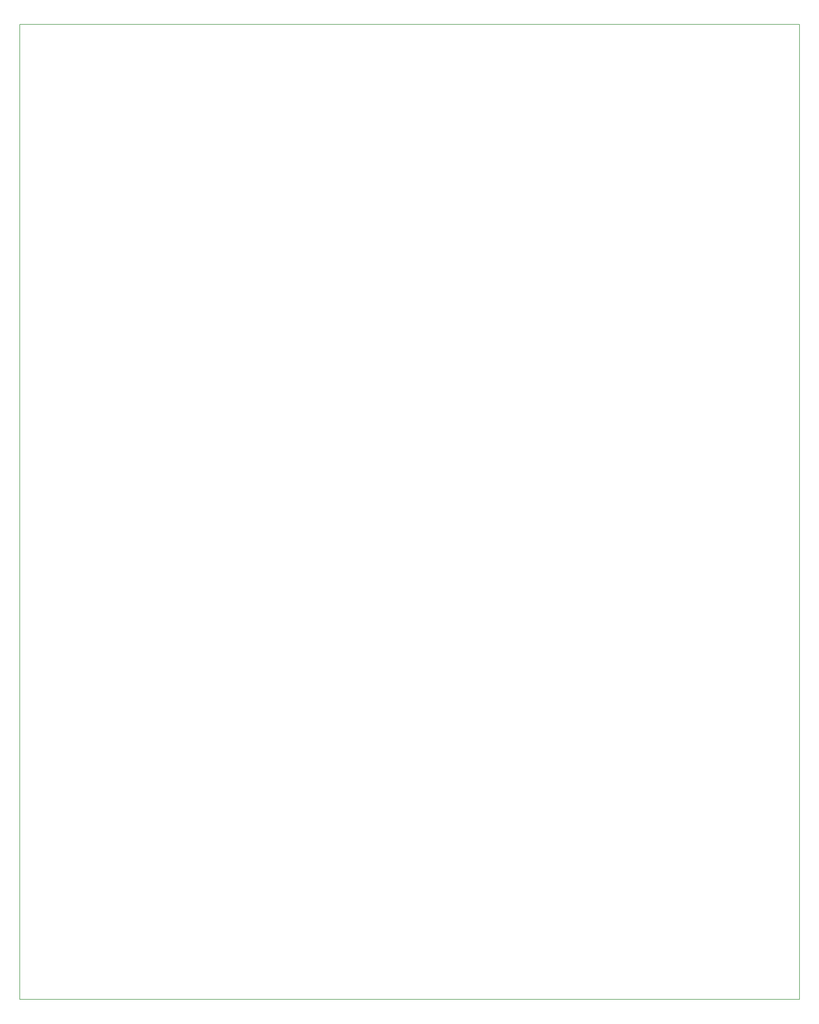
<source format=gko>
G04*
G04  File:            MAINBOARD-V10.6.7.GKO, Fri Sep 19 00:57:49 2025*
G04  Source:          P-CAD 2006 PCB, Version 19.02.958, (D:\PCAD-2006\Projects\Pentagon-4096\Hardware\MainBoard-v10.6.7.PCB)*
G04  Format:          Gerber Format (RS-274-D), ASCII*
G04*
G04  Format Options:  Absolute Positioning*
G04                   Leading-Zero Suppression*
G04                   Scale Factor 1:1*
G04                   NO Circular Interpolation*
G04                   Inch Units*
G04                   Numeric Format: 4.4 (XXXX.XXXX)*
G04                   G54 NOT Used for Aperture Change*
G04                   Apertures Embedded*
G04*
G04  File Options:    Offset = (0.0mil,0.0mil)*
G04                   Drill Symbol Size = 80.0mil*
G04                   No Pad/Via Holes*
G04*
G04  File Contents:   No Pads*
G04                   No Vias*
G04                   No Designators*
G04                   No Types*
G04                   No Values*
G04                   No Drill Symbols*
G04                   Board*
G04*
%INMAINBOARD-V10.6.7.GKO*%
%ICAS*%
%MOIN*%
G04*
G04  Aperture MACROs for general use --- invoked via D-code assignment *
G04*
G04  General MACRO for flashed round with rotation and/or offset hole *
%AMROTOFFROUND*
1,1,$1,0.0000,0.0000*
1,0,$2,$3,$4*%
G04*
G04  General MACRO for flashed oval (obround) with rotation and/or offset hole *
%AMROTOFFOVAL*
21,1,$1,$2,0.0000,0.0000,$3*
1,1,$4,$5,$6*
1,1,$4,0-$5,0-$6*
1,0,$7,$8,$9*%
G04*
G04  General MACRO for flashed oval (obround) with rotation and no hole *
%AMROTOVALNOHOLE*
21,1,$1,$2,0.0000,0.0000,$3*
1,1,$4,$5,$6*
1,1,$4,0-$5,0-$6*%
G04*
G04  General MACRO for flashed rectangle with rotation and/or offset hole *
%AMROTOFFRECT*
21,1,$1,$2,0.0000,0.0000,$3*
1,0,$4,$5,$6*%
G04*
G04  General MACRO for flashed rectangle with rotation and no hole *
%AMROTRECTNOHOLE*
21,1,$1,$2,0.0000,0.0000,$3*%
G04*
G04  General MACRO for flashed rounded-rectangle *
%AMROUNDRECT*
21,1,$1,$2-$4,0.0000,0.0000,$3*
21,1,$1-$4,$2,0.0000,0.0000,$3*
1,1,$4,$5,$6*
1,1,$4,$7,$8*
1,1,$4,0-$5,0-$6*
1,1,$4,0-$7,0-$8*
1,0,$9,$10,$11*%
G04*
G04  General MACRO for flashed rounded-rectangle with rotation and no hole *
%AMROUNDRECTNOHOLE*
21,1,$1,$2-$4,0.0000,0.0000,$3*
21,1,$1-$4,$2,0.0000,0.0000,$3*
1,1,$4,$5,$6*
1,1,$4,$7,$8*
1,1,$4,0-$5,0-$6*
1,1,$4,0-$7,0-$8*%
G04*
G04  General MACRO for flashed regular polygon *
%AMREGPOLY*
5,1,$1,0.0000,0.0000,$2,$3+$4*
1,0,$5,$6,$7*%
G04*
G04  General MACRO for flashed regular polygon with no hole *
%AMREGPOLYNOHOLE*
5,1,$1,0.0000,0.0000,$2,$3+$4*%
G04*
G04  General MACRO for target *
%AMTARGET*
6,0,0,$1,$2,$3,4,$4,$5,$6*%
G04*
G04  General MACRO for mounting hole *
%AMMTHOLE*
1,1,$1,0,0*
1,0,$2,0,0*
$1=$1-$2*
$1=$1/2*
21,1,$2+$1,$3,0,0,$4*
21,1,$3,$2+$1,0,0,$4*%
G04*
G04*
G04  D10 : "Ellipse X8.0mil Y8.0mil H0.0mil 0.0deg (0.0mil,0.0mil) Draw"*
G04  Disc: OuterDia=0.0080*
%ADD10C, 0.0080*%
G04  D11 : "Ellipse X10.0mil Y10.0mil H0.0mil 0.0deg (0.0mil,0.0mil) Draw"*
G04  Disc: OuterDia=0.0100*
%ADD11C, 0.0100*%
G04  D12 : "Ellipse X15.0mil Y15.0mil H0.0mil 0.0deg (0.0mil,0.0mil) Draw"*
G04  Disc: OuterDia=0.0150*
%ADD12C, 0.0150*%
G04  D13 : "Ellipse X25.0mil Y25.0mil H0.0mil 0.0deg (0.0mil,0.0mil) Draw"*
G04  Disc: OuterDia=0.0250*
%ADD13C, 0.0250*%
G04  D14 : "Ellipse X30.0mil Y30.0mil H0.0mil 0.0deg (0.0mil,0.0mil) Draw"*
G04  Disc: OuterDia=0.0300*
%ADD14C, 0.0300*%
G04  D15 : "Ellipse X40.0mil Y40.0mil H0.0mil 0.0deg (0.0mil,0.0mil) Draw"*
G04  Disc: OuterDia=0.0400*
%ADD15C, 0.0400*%
G04  D16 : "Ellipse X5.0mil Y5.0mil H0.0mil 0.0deg (0.0mil,0.0mil) Draw"*
G04  Disc: OuterDia=0.0050*
%ADD16C, 0.0050*%
G04  D17 : "Ellipse X6.0mil Y6.0mil H0.0mil 0.0deg (0.0mil,0.0mil) Draw"*
G04  Disc: OuterDia=0.0060*
%ADD17C, 0.0060*%
G04  D18 : "Ellipse X9.8mil Y9.8mil H0.0mil 0.0deg (0.0mil,0.0mil) Draw"*
G04  Disc: OuterDia=0.0098*
%ADD18C, 0.0098*%
G04  D19 : "Ellipse X110.0mil Y110.0mil H0.0mil 0.0deg (0.0mil,0.0mil) Flash"*
G04  Disc: OuterDia=0.1100*
%ADD19C, 0.1100*%
G04  D20 : "Ellipse X200.0mil Y200.0mil H0.0mil 0.0deg (0.0mil,0.0mil) Flash"*
G04  Disc: OuterDia=0.2000*
%ADD20C, 0.2000*%
G04  D21 : "Ellipse X215.0mil Y215.0mil H0.0mil 0.0deg (0.0mil,0.0mil) Flash"*
G04  Disc: OuterDia=0.2150*
%ADD21C, 0.2150*%
G04  D22 : "Ellipse X50.0mil Y50.0mil H0.0mil 0.0deg (0.0mil,0.0mil) Flash"*
G04  Disc: OuterDia=0.0500*
%ADD22C, 0.0500*%
G04  D23 : "Ellipse X56.0mil Y56.0mil H0.0mil 0.0deg (0.0mil,0.0mil) Flash"*
G04  Disc: OuterDia=0.0560*
%ADD23C, 0.0560*%
G04  D24 : "Ellipse X60.0mil Y60.0mil H0.0mil 0.0deg (0.0mil,0.0mil) Flash"*
G04  Disc: OuterDia=0.0600*
%ADD24C, 0.0600*%
G04  D25 : "Ellipse X64.0mil Y64.0mil H0.0mil 0.0deg (0.0mil,0.0mil) Flash"*
G04  Disc: OuterDia=0.0640*
%ADD25C, 0.0640*%
G04  D26 : "Ellipse X65.0mil Y65.0mil H0.0mil 0.0deg (0.0mil,0.0mil) Flash"*
G04  Disc: OuterDia=0.0650*
%ADD26C, 0.0650*%
G04  D27 : "Ellipse X71.0mil Y71.0mil H0.0mil 0.0deg (0.0mil,0.0mil) Flash"*
G04  Disc: OuterDia=0.0710*
%ADD27C, 0.0710*%
G04  D28 : "Ellipse X75.0mil Y75.0mil H0.0mil 0.0deg (0.0mil,0.0mil) Flash"*
G04  Disc: OuterDia=0.0750*
%ADD28C, 0.0750*%
G04  D29 : "Ellipse X79.0mil Y79.0mil H0.0mil 0.0deg (0.0mil,0.0mil) Flash"*
G04  Disc: OuterDia=0.0790*
%ADD29C, 0.0790*%
G04  D30 : "Ellipse X90.0mil Y90.0mil H0.0mil 0.0deg (0.0mil,0.0mil) Flash"*
G04  Disc: OuterDia=0.0900*
%ADD30C, 0.0900*%
G04  D31 : "Ellipse X95.0mil Y95.0mil H0.0mil 0.0deg (0.0mil,0.0mil) Flash"*
G04  Disc: OuterDia=0.0950*
%ADD31C, 0.0950*%
G04  D32 : "Oval X75.0mil Y87.0mil H0.0mil 0.0deg (0.0mil,0.0mil) Flash"*
G04  Obround: DimX=0.0750, DimY=0.0870, Rotation=0.0, OffsetX=0.0000, OffsetY=0.0000, HoleDia=0.0000 *
%ADD32O, 0.0750 X0.0870*%
G04  D33 : "Oval X90.0mil Y102.0mil H0.0mil 0.0deg (0.0mil,0.0mil) Flash"*
G04  Obround: DimX=0.0900, DimY=0.1020, Rotation=0.0, OffsetX=0.0000, OffsetY=0.0000, HoleDia=0.0000 *
%ADD33O, 0.0900 X0.1020*%
G04  D34 : "Rectangle X110.0mil Y110.0mil H0.0mil 0.0deg (0.0mil,0.0mil) Flash"*
G04  Square: Side=0.1100, Rotation=0.0, OffsetX=0.0000, OffsetY=0.0000, HoleDia=0.0000*
%ADD34R, 0.1100 X0.1100*%
G04  D35 : "Rectangle X50.0mil Y50.0mil H0.0mil 0.0deg (0.0mil,0.0mil) Flash"*
G04  Square: Side=0.0500, Rotation=0.0, OffsetX=0.0000, OffsetY=0.0000, HoleDia=0.0000*
%ADD35R, 0.0500 X0.0500*%
G04  D36 : "Rectangle X56.0mil Y56.0mil H0.0mil 0.0deg (0.0mil,0.0mil) Flash"*
G04  Square: Side=0.0560, Rotation=0.0, OffsetX=0.0000, OffsetY=0.0000, HoleDia=0.0000*
%ADD36R, 0.0560 X0.0560*%
G04  D37 : "Rectangle X60.0mil Y60.0mil H0.0mil 0.0deg (0.0mil,0.0mil) Flash"*
G04  Square: Side=0.0600, Rotation=0.0, OffsetX=0.0000, OffsetY=0.0000, HoleDia=0.0000*
%ADD37R, 0.0600 X0.0600*%
G04  D38 : "Rectangle X64.0mil Y64.0mil H0.0mil 0.0deg (0.0mil,0.0mil) Flash"*
G04  Square: Side=0.0640, Rotation=0.0, OffsetX=0.0000, OffsetY=0.0000, HoleDia=0.0000*
%ADD38R, 0.0640 X0.0640*%
G04  D39 : "Rectangle X65.0mil Y65.0mil H0.0mil 0.0deg (0.0mil,0.0mil) Flash"*
G04  Square: Side=0.0650, Rotation=0.0, OffsetX=0.0000, OffsetY=0.0000, HoleDia=0.0000*
%ADD39R, 0.0650 X0.0650*%
G04  D40 : "Rectangle X71.0mil Y71.0mil H0.0mil 0.0deg (0.0mil,0.0mil) Flash"*
G04  Square: Side=0.0710, Rotation=0.0, OffsetX=0.0000, OffsetY=0.0000, HoleDia=0.0000*
%ADD40R, 0.0710 X0.0710*%
G04  D41 : "Rectangle X75.0mil Y75.0mil H0.0mil 0.0deg (0.0mil,0.0mil) Flash"*
G04  Square: Side=0.0750, Rotation=0.0, OffsetX=0.0000, OffsetY=0.0000, HoleDia=0.0000*
%ADD41R, 0.0750 X0.0750*%
G04  D42 : "Rectangle X75.0mil Y87.0mil H0.0mil 0.0deg (0.0mil,0.0mil) Flash"*
G04  Rectangular: DimX=0.0750, DimY=0.0870, Rotation=0.0, OffsetX=0.0000, OffsetY=0.0000, HoleDia=0.0000 *
%ADD42R, 0.0750 X0.0870*%
G04  D43 : "Rectangle X79.0mil Y79.0mil H0.0mil 0.0deg (0.0mil,0.0mil) Flash"*
G04  Square: Side=0.0790, Rotation=0.0, OffsetX=0.0000, OffsetY=0.0000, HoleDia=0.0000*
%ADD43R, 0.0790 X0.0790*%
G04  D44 : "Rectangle X90.0mil Y102.0mil H0.0mil 0.0deg (0.0mil,0.0mil) Flash"*
G04  Rectangular: DimX=0.0900, DimY=0.1020, Rotation=0.0, OffsetX=0.0000, OffsetY=0.0000, HoleDia=0.0000 *
%ADD44R, 0.0900 X0.1020*%
G04  D45 : "Rectangle X95.0mil Y95.0mil H0.0mil 0.0deg (0.0mil,0.0mil) Flash"*
G04  Square: Side=0.0950, Rotation=0.0, OffsetX=0.0000, OffsetY=0.0000, HoleDia=0.0000*
%ADD45R, 0.0950 X0.0950*%
G04  D46 : "Ellipse X102.0mil Y102.0mil H0.0mil 0.0deg (0.0mil,0.0mil) Flash"*
G04  Disc: OuterDia=0.1020*
%ADD46C, 0.1020*%
G04  D47 : "Ellipse X118.0mil Y118.0mil H0.0mil 0.0deg (0.0mil,0.0mil) Flash"*
G04  Disc: OuterDia=0.1180*
%ADD47C, 0.1180*%
G04  D48 : "Ellipse X133.0mil Y133.0mil H0.0mil 0.0deg (0.0mil,0.0mil) Flash"*
G04  Disc: OuterDia=0.1330*
%ADD48C, 0.1330*%
G04  D49 : "Ellipse X20.0mil Y20.0mil H0.0mil 0.0deg (0.0mil,0.0mil) Flash"*
G04  Disc: OuterDia=0.0200*
%ADD49C, 0.0200*%
G04  D50 : "Ellipse X35.0mil Y35.0mil H0.0mil 0.0deg (0.0mil,0.0mil) Flash"*
G04  Disc: OuterDia=0.0350*
%ADD50C, 0.0350*%
G04  D51 : "Ellipse X55.0mil Y55.0mil H0.0mil 0.0deg (0.0mil,0.0mil) Flash"*
G04  Disc: OuterDia=0.0550*
%ADD51C, 0.0550*%
G04  D52 : "Ellipse X70.0mil Y70.0mil H0.0mil 0.0deg (0.0mil,0.0mil) Flash"*
G04  Disc: OuterDia=0.0700*
%ADD52C, 0.0700*%
G04  D53 : "Ellipse X87.0mil Y87.0mil H0.0mil 0.0deg (0.0mil,0.0mil) Flash"*
G04  Disc: OuterDia=0.0870*
%ADD53C, 0.0870*%
G04*
%FSLAX44Y44*%
%SFA1B1*%
%OFA0.0000B0.0000*%
G04*
G70*
G90*
G01*
D2*
%LNBoard*%
%LPD*%
D16*
X100000Y100000*
X196000D1*
Y220000*
X100000*
Y100000*
D02M02*

</source>
